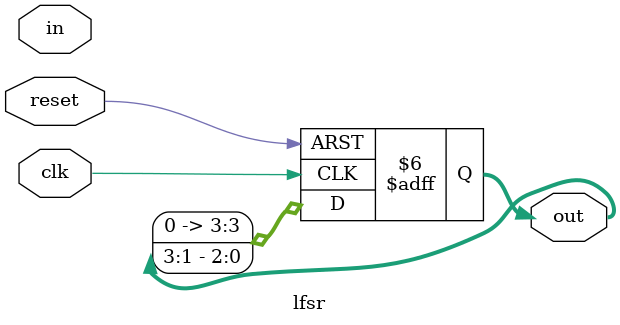
<source format=v>


module TRBG(
input ch_ena,clk,reset,
output reg [3:0]trng_out
); 
 
wire d,ts1_out,ts2_out,s;
wire b1,b2;
wire xor_out,out1;				
//wire a1,a2,a3,a4;
wire z;
					//chaos_circuit
chaos_circuit ch(.s(s),.ch_ena(ch_ena),.q(z));
					//ring_osc
ring1 r1(.ts1_out(ts1_out),.clk(clk),.s(s));
ring2 r2(.ts2_out(ts2_out),.clk(clk),.s(s));

xor(d,ts1_out,ts2_out);

					//phase detector
ph_det1 ph(.q(z),.d(d),.clk(clk),.reset(reset)); 
					//metastable introduced at latch
latch l1(.a1(b1),.a2(b2),.t1(ts1_out),.t2(ts2_out),.en(clk),.reset(reset));
xor (xor_out,b1,b2); 
//sipo sp(a1,a2,a3,a4,xor_out,clk,reset);
					//phase detector
lfsr l(.out(trng_out),.clk(clk),.reset(reset),.in(xor_out));
endmodule

//ring1
module ring1(
input clk,s,
output ts1_out
);
wire fg1,a1,a2,a3,a4,a5,a6,a7,t1_out;
assign a1=~(fg1 & clk); 
assign a2=~(s ^ clk ^ a1);
assign a3=~a2;
assign a4=~a3;
assign a5=~a4; 
assign t1_out=~a5;
assign a6=~t1_out;
assign a7=~a6;
assign ts1_out=~a7;
//mux1
assign fg1=s?ts1_out:t1_out;
endmodule

//ring2
module ring2(
input clk,s,
output ts2_out
);
wire fg2,a1,a2,a3,a4,a5,a6,a7,t2_out;

assign a1=~(fg2 & clk); 
assign a2=(s ^ a1);
assign a3=~a2;
assign a4=~a3;
assign a5=~a4; 
assign t2_out=~a5;
assign a6=~t2_out;
assign a7=~a6;
assign ts2_out=~a7;
assign fg2=s?ts2_out:t2_out;
endmodule

//phase detector-DFF

module ph_det1(
output reg q,
input clk,reset,
input d
);
always @(posedge clk,posedge reset)begin
if(reset)
q<=0;
else
q<=d;
end   

endmodule

//chaos circuit
module chaos_circuit(
input q,ch_ena,
output s
);
wire a4, a5;
assign a4=~ q;
assign a5=~ a4;
assign s=~(ch_ena & a5); 

endmodule

//latch-active high

module latch(
input t1,t2,en,reset,
output reg a1,a2
);

always @ (en) begin
if (reset)begin
 a1<=1'b0;
 a2<=1'b1;
end
else
begin
 a1<=~(t1 & a2);
 a2<=~(t2 & a1);
end
end

endmodule

//sipo-structural-stage 2

//module sipo(a[0],a[1],a[2],a[3],xor_out,clk,reset);
//input xor_out,clk,reset;
//output [3:0]a;
//reg [3:0]a;
//
//always @(posedge clk) 
//begin
// if(reset)
//   begin
//    a<=1'b0;
//   end 
// else
//   begin 
//    a[3]<=xor_out;
//    a[2]<=a[3];
//    a[1]<=a[2];
//   a[0]<=a[1];
//  end
//end
//endmodule 

//lfsr-stage 2
module lfsr (
output reg [3:0] out,
input clk, reset,in
);

assign in = ~((out[3] ^ out[2])&in);

always @(posedge clk, posedge reset)
begin
if (reset)
out <= 4'b0;
else
out <= {out[3:1],in}>>1;
end
endmodule


</source>
